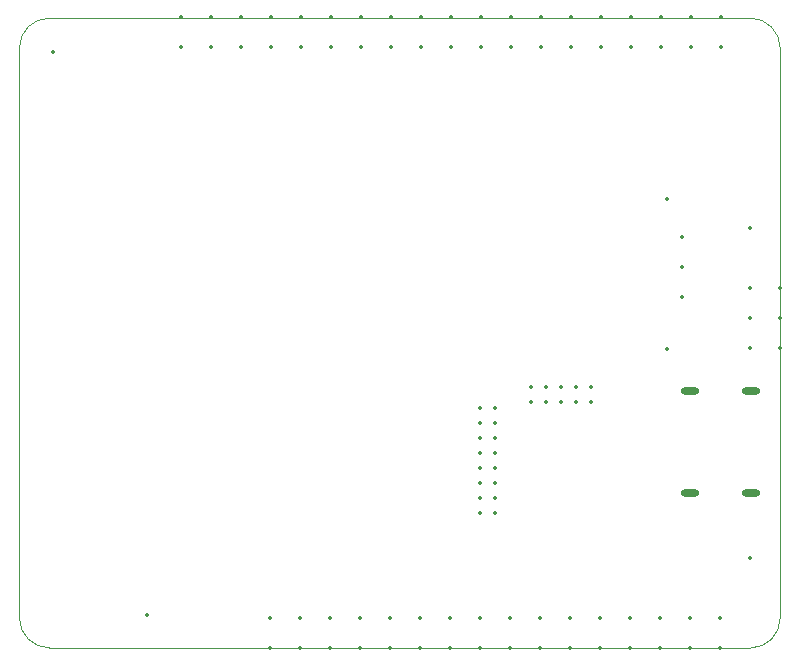
<source format=gbr>
%TF.GenerationSoftware,KiCad,Pcbnew,8.0.4*%
%TF.CreationDate,2024-11-04T17:03:20+09:00*%
%TF.ProjectId,balsun,62616c73-756e-42e6-9b69-6361645f7063,rev?*%
%TF.SameCoordinates,Original*%
%TF.FileFunction,Profile,NP*%
%FSLAX46Y46*%
G04 Gerber Fmt 4.6, Leading zero omitted, Abs format (unit mm)*
G04 Created by KiCad (PCBNEW 8.0.4) date 2024-11-04 17:03:20*
%MOMM*%
%LPD*%
G01*
G04 APERTURE LIST*
%TA.AperFunction,Profile*%
%ADD10C,0.050000*%
%TD*%
%ADD11C,0.350000*%
%ADD12O,1.600000X0.600000*%
G04 APERTURE END LIST*
D10*
X159099066Y-126983531D02*
X218440000Y-127000000D01*
X159099066Y-126983531D02*
G75*
G02*
X156559069Y-124443531I34J2540031D01*
G01*
X218440000Y-73660001D02*
G75*
G02*
X220979999Y-76200000I-18000J-2557999D01*
G01*
X220980000Y-124460000D02*
G75*
G02*
X218440000Y-127000000I-2540000J0D01*
G01*
X218440000Y-73660000D02*
X159059066Y-73672295D01*
X156559056Y-76153531D02*
G75*
G02*
X159059066Y-73672231I2507244J-26069D01*
G01*
X156559066Y-76153531D02*
X156559066Y-124440000D01*
X220980000Y-124460000D02*
X220980000Y-76200000D01*
D11*
X196800000Y-115580000D03*
X195530000Y-115580000D03*
X196800000Y-114310000D03*
X195530000Y-114310000D03*
X196800000Y-113040000D03*
X195530000Y-113040000D03*
X196800000Y-111770000D03*
X195530000Y-111770000D03*
X196800000Y-110500000D03*
X195530000Y-110500000D03*
X196800000Y-109230000D03*
X195530000Y-109230000D03*
X196800000Y-107960000D03*
X195530000Y-107960000D03*
X196800000Y-106690000D03*
X195530000Y-106690000D03*
X212700000Y-97240000D03*
X212700000Y-94700000D03*
X212700000Y-92160000D03*
X204935000Y-104905000D03*
X204935000Y-106175000D03*
X203665000Y-104905000D03*
X203665000Y-106175000D03*
X202395000Y-104905000D03*
X202395000Y-106175000D03*
X201125000Y-104905000D03*
X201125000Y-106175000D03*
X199855000Y-104905000D03*
X199855000Y-106175000D03*
X218450000Y-91412500D03*
X215920000Y-76140000D03*
X215920000Y-73600000D03*
X213380000Y-76140000D03*
X213380000Y-73600000D03*
X210840000Y-76140000D03*
X210840000Y-73600000D03*
X208300000Y-76140000D03*
X208300000Y-73600000D03*
X205760000Y-76140000D03*
X205760000Y-73600000D03*
X203220000Y-76140000D03*
X203220000Y-73600000D03*
X200680000Y-76140000D03*
X200680000Y-73600000D03*
X198140000Y-76140000D03*
X198140000Y-73600000D03*
X193060000Y-76140000D03*
X193060000Y-73600000D03*
X190520000Y-76140000D03*
X190520000Y-73600000D03*
X187980000Y-76140000D03*
X187980000Y-73600000D03*
X185440000Y-76140000D03*
X185440000Y-73600000D03*
X182900000Y-76140000D03*
X182900000Y-73600000D03*
X180360000Y-76140000D03*
X180360000Y-73600000D03*
X177820000Y-76140000D03*
X177820000Y-73600000D03*
X175280000Y-76140000D03*
X175280000Y-73600000D03*
X172740000Y-76140000D03*
X172740000Y-73600000D03*
X170200000Y-76140000D03*
X170200000Y-73600000D03*
X195600000Y-76140000D03*
X195600000Y-73600000D03*
X159400000Y-76500000D03*
X167375000Y-124175000D03*
X218450000Y-101600000D03*
X220990000Y-101600000D03*
X218450000Y-99060000D03*
X220990000Y-99060000D03*
X218450000Y-96520000D03*
X220990000Y-96520000D03*
X177800000Y-124460000D03*
X177800000Y-127000000D03*
X180340000Y-124460000D03*
X180340000Y-127000000D03*
X182880000Y-124460000D03*
X182880000Y-127000000D03*
X185420000Y-124460000D03*
X185420000Y-127000000D03*
X187960000Y-124460000D03*
X187960000Y-127000000D03*
X190500000Y-124460000D03*
X190500000Y-127000000D03*
X193040000Y-124460000D03*
X193040000Y-127000000D03*
X195580000Y-124460000D03*
X195580000Y-127000000D03*
X198120000Y-124460000D03*
X198120000Y-127000000D03*
X200660000Y-124460000D03*
X200660000Y-127000000D03*
X203200000Y-124460000D03*
X203200000Y-127000000D03*
X205740000Y-124460000D03*
X205740000Y-127000000D03*
X208280000Y-124460000D03*
X208280000Y-127000000D03*
X210820000Y-124460000D03*
X210820000Y-127000000D03*
X213360000Y-124460000D03*
X213360000Y-127000000D03*
X215900000Y-124460000D03*
X215900000Y-127000000D03*
D12*
X213375000Y-113895000D03*
X213375000Y-105255000D03*
X218475000Y-113895000D03*
X218475000Y-105255000D03*
D11*
X218425000Y-119350000D03*
X211425000Y-88950000D03*
X211425000Y-101650000D03*
M02*

</source>
